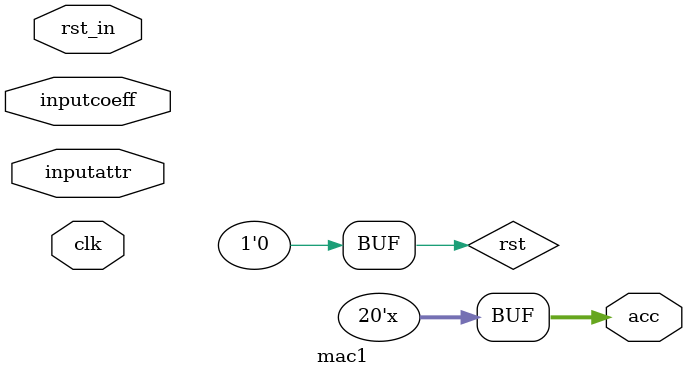
<source format=v>
module mac1 #(parameter ATTR_WIDTH = 24, RAM1_DATA_WIDTH = 24) (inputattr, inputcoeff, clk, rst_in, acc);
    input wire [ATTR_WIDTH-1:0] inputattr;
    input wire [RAM1_DATA_WIDTH-1:0] inputcoeff;
    input wire clk, rst_in;
    output reg [19:0] acc;

    reg [19:0] prod,sum;
    reg  ctr_set;
    reg [9:0] a,a1,a2,b;
    reg [1:0] counter = 2'b11; //2s(-1)
    reg rst = 1'b0;

    always @(posedge clk) begin
        if(rst_in == 1'b1) begin
            counter = 2'b00;
            ctr_set = 1'b0;
            sum=0;
        end
        else
            counter = counter + 2'b01;
    end

    always @(posedge clk) begin

        if(ctr_set==1'b1) begin
            prod = a*b;
            sum = prod+sum;
            ctr_set = 1'b0;
        end
    end


    always @(counter) begin
        case(counter)
            2'b00 : begin
                        b = {2'b00,inputcoeff[RAM1_DATA_WIDTH-1:RAM1_DATA_WIDTH-8]};
                        a = {2'b00,inputattr[ATTR_WIDTH-1:ATTR_WIDTH-8]};
                        ctr_set = 1'b1;
                    end

            2'b01 : begin
                        b = {2'b00,inputcoeff[RAM1_DATA_WIDTH-9:RAM1_DATA_WIDTH-16]};
                        a = {2'b00,inputattr[ATTR_WIDTH-9:ATTR_WIDTH-16]};
                        ctr_set = 1'b1;
                    end
            2'b10 : begin
                        b = {2'b00,inputcoeff[RAM1_DATA_WIDTH-17:RAM1_DATA_WIDTH-24]};
                        a = {2'b00,inputattr[ATTR_WIDTH-17:ATTR_WIDTH-24]};
                        ctr_set = 1'b1;
                    end

            2'b11 : begin
                        acc = sum;
                        sum=0;
                        ctr_set = 1'b0;
					end

            default : begin
                        b = 8'bx;
                      end
        endcase
    end

endmodule

</source>
